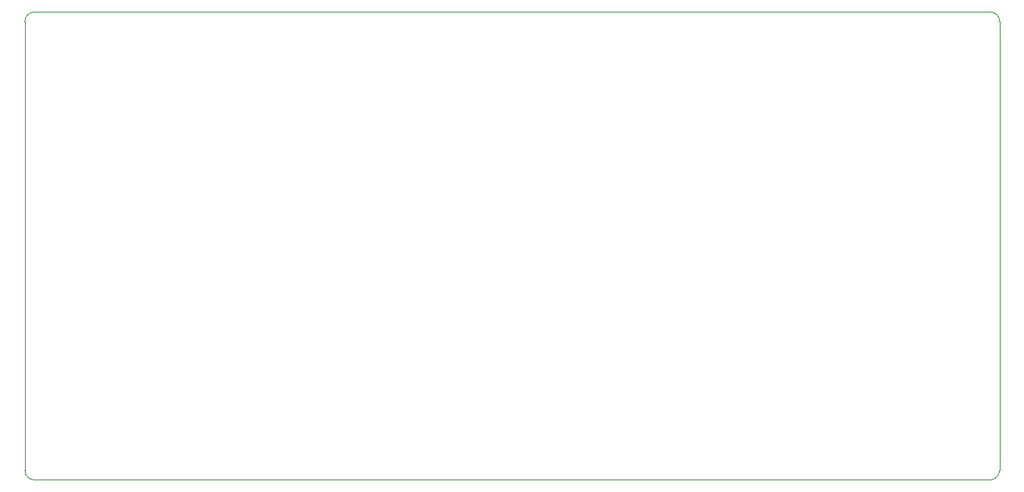
<source format=gbr>
%TF.GenerationSoftware,KiCad,Pcbnew,7.0.11*%
%TF.CreationDate,2025-02-02T20:15:26+02:00*%
%TF.ProjectId,obd_xp,6f62645f-7870-42e6-9b69-6361645f7063,rev?*%
%TF.SameCoordinates,Original*%
%TF.FileFunction,Profile,NP*%
%FSLAX46Y46*%
G04 Gerber Fmt 4.6, Leading zero omitted, Abs format (unit mm)*
G04 Created by KiCad (PCBNEW 7.0.11) date 2025-02-02 20:15:26*
%MOMM*%
%LPD*%
G01*
G04 APERTURE LIST*
%TA.AperFunction,Profile*%
%ADD10C,0.100000*%
%TD*%
G04 APERTURE END LIST*
D10*
X25527000Y-101600000D02*
G75*
G03*
X24511000Y-102616000I0J-1016000D01*
G01*
X25527000Y-101600000D02*
X129159000Y-101600000D01*
X130175000Y-102616000D02*
G75*
G03*
X129159000Y-101600000I-1016000J0D01*
G01*
X130175000Y-102616000D02*
X130175000Y-151384000D01*
X24511000Y-102616000D02*
X24511000Y-151384000D01*
X25527000Y-152400000D02*
X129159000Y-152400000D01*
X129159000Y-152400000D02*
G75*
G03*
X130175000Y-151384000I0J1016000D01*
G01*
X24511000Y-151384000D02*
G75*
G03*
X25527000Y-152400000I1016000J0D01*
G01*
M02*

</source>
